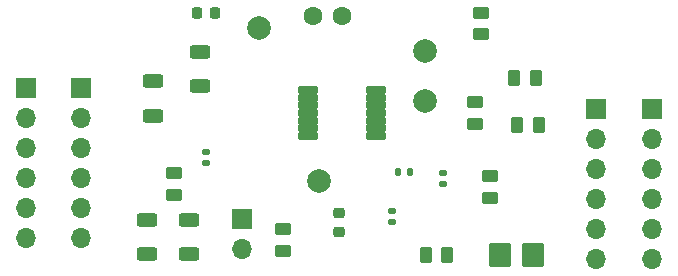
<source format=gbr>
%TF.GenerationSoftware,KiCad,Pcbnew,(6.0.4-0)*%
%TF.CreationDate,2025-08-27T16:40:30+02:00*%
%TF.ProjectId,FYP_PMIC,4659505f-504d-4494-932e-6b696361645f,rev?*%
%TF.SameCoordinates,Original*%
%TF.FileFunction,Soldermask,Top*%
%TF.FilePolarity,Negative*%
%FSLAX46Y46*%
G04 Gerber Fmt 4.6, Leading zero omitted, Abs format (unit mm)*
G04 Created by KiCad (PCBNEW (6.0.4-0)) date 2025-08-27 16:40:30*
%MOMM*%
%LPD*%
G01*
G04 APERTURE LIST*
G04 Aperture macros list*
%AMRoundRect*
0 Rectangle with rounded corners*
0 $1 Rounding radius*
0 $2 $3 $4 $5 $6 $7 $8 $9 X,Y pos of 4 corners*
0 Add a 4 corners polygon primitive as box body*
4,1,4,$2,$3,$4,$5,$6,$7,$8,$9,$2,$3,0*
0 Add four circle primitives for the rounded corners*
1,1,$1+$1,$2,$3*
1,1,$1+$1,$4,$5*
1,1,$1+$1,$6,$7*
1,1,$1+$1,$8,$9*
0 Add four rect primitives between the rounded corners*
20,1,$1+$1,$2,$3,$4,$5,0*
20,1,$1+$1,$4,$5,$6,$7,0*
20,1,$1+$1,$6,$7,$8,$9,0*
20,1,$1+$1,$8,$9,$2,$3,0*%
G04 Aperture macros list end*
%ADD10RoundRect,0.140000X-0.170000X0.140000X-0.170000X-0.140000X0.170000X-0.140000X0.170000X0.140000X0*%
%ADD11RoundRect,0.140000X0.170000X-0.140000X0.170000X0.140000X-0.170000X0.140000X-0.170000X-0.140000X0*%
%ADD12RoundRect,0.250000X0.262500X0.450000X-0.262500X0.450000X-0.262500X-0.450000X0.262500X-0.450000X0*%
%ADD13RoundRect,0.250000X-0.450000X0.262500X-0.450000X-0.262500X0.450000X-0.262500X0.450000X0.262500X0*%
%ADD14RoundRect,0.225000X0.225000X0.250000X-0.225000X0.250000X-0.225000X-0.250000X0.225000X-0.250000X0*%
%ADD15C,2.000000*%
%ADD16RoundRect,0.102000X-0.800000X-0.900000X0.800000X-0.900000X0.800000X0.900000X-0.800000X0.900000X0*%
%ADD17C,1.600000*%
%ADD18R,1.700000X1.700000*%
%ADD19O,1.700000X1.700000*%
%ADD20RoundRect,0.250000X0.625000X-0.312500X0.625000X0.312500X-0.625000X0.312500X-0.625000X-0.312500X0*%
%ADD21RoundRect,0.225000X0.250000X-0.225000X0.250000X0.225000X-0.250000X0.225000X-0.250000X-0.225000X0*%
%ADD22RoundRect,0.250000X-0.262500X-0.450000X0.262500X-0.450000X0.262500X0.450000X-0.262500X0.450000X0*%
%ADD23RoundRect,0.250000X-0.625000X0.312500X-0.625000X-0.312500X0.625000X-0.312500X0.625000X0.312500X0*%
%ADD24RoundRect,0.140000X-0.140000X-0.170000X0.140000X-0.170000X0.140000X0.170000X-0.140000X0.170000X0*%
%ADD25RoundRect,0.153250X-0.733750X-0.153750X0.733750X-0.153750X0.733750X0.153750X-0.733750X0.153750X0*%
%ADD26RoundRect,0.250000X0.450000X-0.262500X0.450000X0.262500X-0.450000X0.262500X-0.450000X-0.262500X0*%
G04 APERTURE END LIST*
D10*
%TO.C,C_SRP2*%
X83500000Y-72500000D03*
X83500000Y-73460000D03*
%TD*%
D11*
%TO.C,C_bat1*%
X67750000Y-68480000D03*
X67750000Y-67520000D03*
%TD*%
D12*
%TO.C,R_SRN1*%
X88162500Y-76250000D03*
X86337500Y-76250000D03*
%TD*%
D13*
%TO.C,R_ge_in1*%
X74250000Y-74062500D03*
X74250000Y-75887500D03*
%TD*%
D14*
%TO.C,C_reg1*%
X68525000Y-55750000D03*
X66975000Y-55750000D03*
%TD*%
D15*
%TO.C,TP_SCL1*%
X86250000Y-63250000D03*
%TD*%
D16*
%TO.C,R_CRS1*%
X92600000Y-76250000D03*
X95400000Y-76250000D03*
%TD*%
D13*
%TO.C,R_bat1*%
X65000000Y-69337500D03*
X65000000Y-71162500D03*
%TD*%
D17*
%TO.C,TH_TS1*%
X76750000Y-56000000D03*
X79250000Y-56000000D03*
%TD*%
D18*
%TO.C,J2_female1*%
X57150000Y-62150000D03*
D19*
X57150000Y-64690000D03*
X57150000Y-67230000D03*
X57150000Y-69770000D03*
X57150000Y-72310000D03*
X57150000Y-74850000D03*
%TD*%
D20*
%TO.C,R_alert2*%
X63250000Y-64462500D03*
X63250000Y-61537500D03*
%TD*%
D21*
%TO.C,C_regin1*%
X79000000Y-74275000D03*
X79000000Y-72725000D03*
%TD*%
D15*
%TO.C,TP_REGIN1*%
X77250000Y-70000000D03*
%TD*%
D22*
%TO.C,R_SCL2*%
X94087500Y-65250000D03*
X95912500Y-65250000D03*
%TD*%
D18*
%TO.C,JP_GE1*%
X70750000Y-73225000D03*
D19*
X70750000Y-75765000D03*
%TD*%
D10*
%TO.C,C_SRN2*%
X87750000Y-69290000D03*
X87750000Y-70250000D03*
%TD*%
D23*
%TO.C,R_ge1*%
X66250000Y-73262500D03*
X66250000Y-76187500D03*
%TD*%
%TO.C,R_alert1*%
X67250000Y-59037500D03*
X67250000Y-61962500D03*
%TD*%
D18*
%TO.C,J1_male1*%
X100750000Y-63900000D03*
D19*
X100750000Y-66440000D03*
X100750000Y-68980000D03*
X100750000Y-71520000D03*
X100750000Y-74060000D03*
X100750000Y-76600000D03*
%TD*%
D24*
%TO.C,C_SR1*%
X84020000Y-69250000D03*
X84980000Y-69250000D03*
%TD*%
D20*
%TO.C,R_ge2*%
X62750000Y-76187500D03*
X62750000Y-73262500D03*
%TD*%
D15*
%TO.C,TP_REG1*%
X72250000Y-57000000D03*
%TD*%
%TO.C,TP_SDA1*%
X86250000Y-59000000D03*
%TD*%
D25*
%TO.C,BQ35100*%
X76336250Y-62271250D03*
X76336250Y-62921250D03*
X76336250Y-63571250D03*
X76336250Y-64221250D03*
X76336250Y-64871250D03*
X76336250Y-65521250D03*
X76336250Y-66171250D03*
X82076250Y-66171250D03*
X82076250Y-65521250D03*
X82076250Y-64871250D03*
X82076250Y-64221250D03*
X82076250Y-63571250D03*
X82076250Y-62921250D03*
X82076250Y-62271250D03*
%TD*%
D26*
%TO.C,R_SRP1*%
X91750000Y-71412500D03*
X91750000Y-69587500D03*
%TD*%
D18*
%TO.C,J2_male1*%
X52500000Y-62150000D03*
D19*
X52500000Y-64690000D03*
X52500000Y-67230000D03*
X52500000Y-69770000D03*
X52500000Y-72310000D03*
X52500000Y-74850000D03*
%TD*%
D18*
%TO.C,J1_female1*%
X105525000Y-63925000D03*
D19*
X105525000Y-66465000D03*
X105525000Y-69005000D03*
X105525000Y-71545000D03*
X105525000Y-74085000D03*
X105525000Y-76625000D03*
%TD*%
D26*
%TO.C,R_SCL_1*%
X90500000Y-65162500D03*
X90500000Y-63337500D03*
%TD*%
%TO.C,R_SDA_1*%
X91000000Y-57575000D03*
X91000000Y-55750000D03*
%TD*%
D22*
%TO.C,R_SDA_2*%
X93837500Y-61250000D03*
X95662500Y-61250000D03*
%TD*%
M02*

</source>
